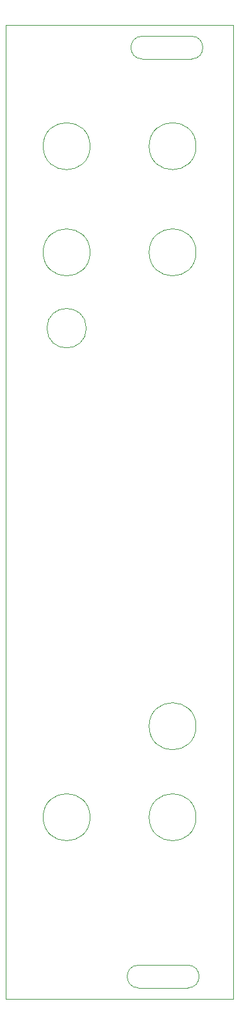
<source format=gm1>
%TF.GenerationSoftware,KiCad,Pcbnew,(6.0.1)*%
%TF.CreationDate,2022-11-11T08:14:05-05:00*%
%TF.ProjectId,ER-SH-NOISE-01_PANEL,45522d53-482d-44e4-9f49-53452d30315f,1*%
%TF.SameCoordinates,Original*%
%TF.FileFunction,Profile,NP*%
%FSLAX46Y46*%
G04 Gerber Fmt 4.6, Leading zero omitted, Abs format (unit mm)*
G04 Created by KiCad (PCBNEW (6.0.1)) date 2022-11-11 08:14:05*
%MOMM*%
%LPD*%
G01*
G04 APERTURE LIST*
%TA.AperFunction,Profile*%
%ADD10C,0.100000*%
%TD*%
G04 APERTURE END LIST*
D10*
X172500000Y-127000000D02*
X179000000Y-127000000D01*
X172500000Y-124000000D02*
X179000000Y-124000000D01*
X166100000Y-16000000D02*
G75*
G03*
X166100000Y-16000000I-3100000J0D01*
G01*
X172500000Y-124000000D02*
G75*
G03*
X172500000Y-127000000I0J-1500000D01*
G01*
X166100000Y-30000000D02*
G75*
G03*
X166100000Y-30000000I-3100000J0D01*
G01*
X180100000Y-92500000D02*
G75*
G03*
X180100000Y-92500000I-3100000J0D01*
G01*
X179000000Y-127000000D02*
G75*
G03*
X179000000Y-124000000I0J1500000D01*
G01*
X173000000Y-1500000D02*
G75*
G03*
X173000000Y-4500000I0J-1500000D01*
G01*
X173000000Y-1500000D02*
X179500000Y-1500000D01*
X180100000Y-104500000D02*
G75*
G03*
X180100000Y-104500000I-3100000J0D01*
G01*
X166100000Y-104500000D02*
G75*
G03*
X166100000Y-104500000I-3100000J0D01*
G01*
X179500000Y-4500000D02*
G75*
G03*
X179500000Y-1500000I0J1500000D01*
G01*
X173000000Y-4500000D02*
X179500000Y-4500000D01*
X180100000Y-16000000D02*
G75*
G03*
X180100000Y-16000000I-3100000J0D01*
G01*
X155000000Y0D02*
X185000000Y0D01*
X185000000Y0D02*
X185000000Y-128500000D01*
X185000000Y-128500000D02*
X155000000Y-128500000D01*
X155000000Y-128500000D02*
X155000000Y0D01*
X180100000Y-30000000D02*
G75*
G03*
X180100000Y-30000000I-3100000J0D01*
G01*
X165600000Y-40000000D02*
G75*
G03*
X165600000Y-40000000I-2600000J0D01*
G01*
M02*

</source>
